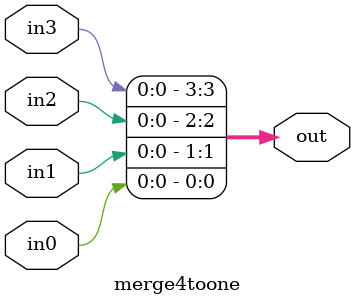
<source format=v>
module merge4toone(out,in3,in2,in1,in0);
input in3,in2,in1,in0;
output [3:0] out;
assign out = {in3,in2,in1,in0};
endmodule
</source>
